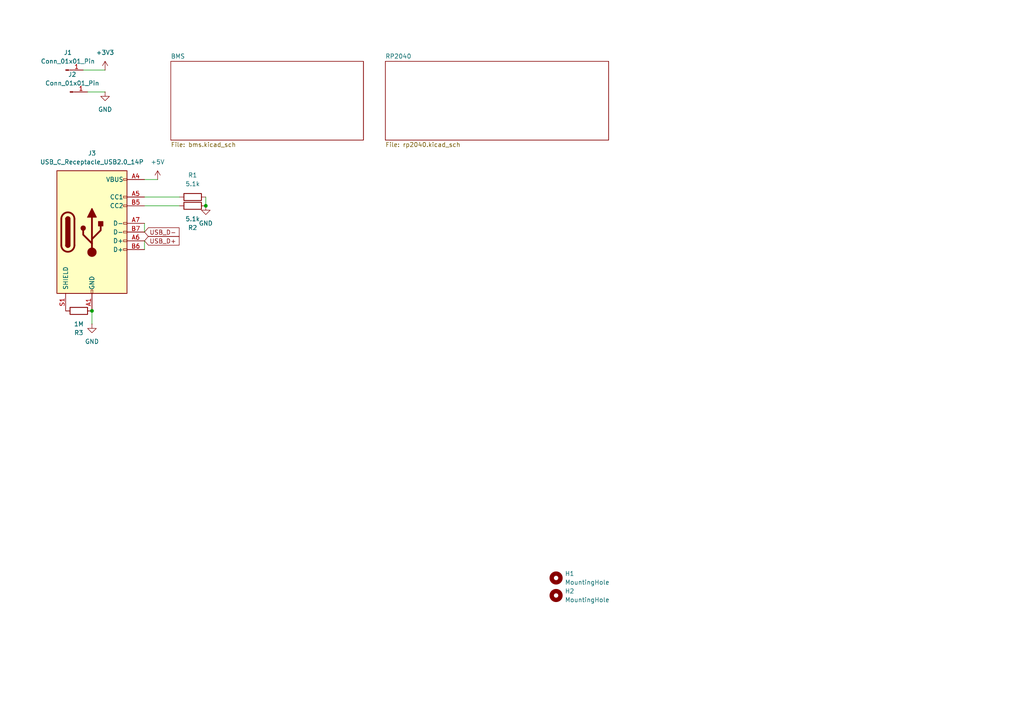
<source format=kicad_sch>
(kicad_sch (version 20250114) (generator "eeschema") (generator_version "9.0")
  (paper "A4")
  (lib_symbols
    (symbol "Connector:Conn_01x01_Pin" (pin_names (offset 1.016) (hide yes))
      (property "Reference" "J" (at 0 2.54 0))
      (property "Value" "Conn_01x01_Pin" (at 0 -2.54 0))
      (symbol "Conn_01x01_Pin_1_1"
        (rectangle (start 0.8636 0.127) (end 0 -0.127) (stroke (width 0.1524)) (fill (type outline)))
        (polyline (pts (xy 1.27 0) (xy 0.8636 0)) (stroke (width 0.1524)))
        (pin passive line (at 5.08 0 180) (length 3.81) (name "Pin_1") (number "1"))
      )
    )
    (symbol "Connector:USB_C_Receptacle_USB2.0_14P" (pin_names (offset 1.016))
      (property "Reference" "J" (at 0 22.225 0))
      (property "Value" "USB_C_Receptacle_USB2.0_14P" (at 0 19.685 0))
      (symbol "USB_C_Receptacle_USB2.0_14P_0_0"
        (rectangle (start -0.254 -17.78) (end 0.254 -16.764))
        (rectangle (start 10.16 15.494) (end 9.144 14.986))
        (rectangle (start 10.16 10.414) (end 9.144 9.906))
        (rectangle (start 10.16 7.874) (end 9.144 7.366))
        (rectangle (start 10.16 2.794) (end 9.144 2.286))
        (rectangle (start 10.16 0.254) (end 9.144 -0.254))
        (rectangle (start 10.16 -2.286) (end 9.144 -2.794))
        (rectangle (start 10.16 -4.826) (end 9.144 -5.334))
      )
      (symbol "USB_C_Receptacle_USB2.0_14P_0_1"
        (rectangle (start -10.16 17.78) (end 10.16 -17.78) (stroke (width 0.254)) (fill (type background)))
        (polyline (pts (xy -8.89 -3.81) (xy -8.89 3.81)) (stroke (width 0.508)))
        (rectangle (start -7.62 -3.81) (end -6.35 3.81) (stroke (width 0.254)) (fill (type outline)))
        (arc (start -7.62 3.81) (mid -6.985 4.4423) (end -6.35 3.81) (stroke (width 0.254)))
        (arc (start -7.62 3.81) (mid -6.985 4.4423) (end -6.35 3.81) (stroke (width 0.254)) (fill (type outline)))
        (arc (start -8.89 3.81) (mid -6.985 5.7067) (end -5.08 3.81) (stroke (width 0.508)))
        (arc (start -5.08 -3.81) (mid -6.985 -5.7067) (end -8.89 -3.81) (stroke (width 0.508)))
        (arc (start -6.35 -3.81) (mid -6.985 -4.4423) (end -7.62 -3.81) (stroke (width 0.254)))
        (arc (start -6.35 -3.81) (mid -6.985 -4.4423) (end -7.62 -3.81) (stroke (width 0.254)) (fill (type outline)))
        (polyline (pts (xy -5.08 3.81) (xy -5.08 -3.81)) (stroke (width 0.508)))
        (circle (center -2.54 1.143) (radius 0.635) (stroke (width 0.254)) (fill (type outline)))
        (polyline (pts (xy -1.27 4.318) (xy 0 6.858) (xy 1.27 4.318) (xy -1.27 4.318)) (stroke (width 0.254)) (fill (type outline)))
        (polyline (pts (xy 0 -2.032) (xy 2.54 0.508) (xy 2.54 1.778)) (stroke (width 0.508)))
        (polyline (pts (xy 0 -3.302) (xy -2.54 -0.762) (xy -2.54 0.508)) (stroke (width 0.508)))
        (polyline (pts (xy 0 -5.842) (xy 0 4.318)) (stroke (width 0.508)))
        (circle (center 0 -5.842) (radius 1.27) (fill (type outline)))
        (rectangle (start 1.905 1.778) (end 3.175 3.048) (stroke (width 0.254)) (fill (type outline)))
      )
      (symbol "USB_C_Receptacle_USB2.0_14P_1_1"
        (pin passive line (at -7.62 -22.86 90) (length 5.08) (name "SHIELD") (number "S1"))
        (pin passive line (at 0 -22.86 90) (length 5.08) (name "GND") (number "A1"))
        (pin passive line (at 0 -22.86 90) (length 5.08) (hide yes) (name "GND") (number "A12"))
        (pin passive line (at 0 -22.86 90) (length 5.08) (hide yes) (name "GND") (number "B1"))
        (pin passive line (at 0 -22.86 90) (length 5.08) (hide yes) (name "GND") (number "B12"))
        (pin passive line (at 15.24 15.24 180) (length 5.08) (name "VBUS") (number "A4"))
        (pin passive line (at 15.24 15.24 180) (length 5.08) (hide yes) (name "VBUS") (number "A9"))
        (pin passive line (at 15.24 15.24 180) (length 5.08) (hide yes) (name "VBUS") (number "B4"))
        (pin passive line (at 15.24 15.24 180) (length 5.08) (hide yes) (name "VBUS") (number "B9"))
        (pin bidirectional line (at 15.24 10.16 180) (length 5.08) (name "CC1") (number "A5"))
        (pin bidirectional line (at 15.24 7.62 180) (length 5.08) (name "CC2") (number "B5"))
        (pin bidirectional line (at 15.24 2.54 180) (length 5.08) (name "D-") (number "A7"))
        (pin bidirectional line (at 15.24 0 180) (length 5.08) (name "D-") (number "B7"))
        (pin bidirectional line (at 15.24 -2.54 180) (length 5.08) (name "D+") (number "A6"))
        (pin bidirectional line (at 15.24 -5.08 180) (length 5.08) (name "D+") (number "B6"))
      )
    )
    (symbol "Device:R" (pin_numbers (hide yes)) (pin_names (offset 0))
      (property "Reference" "R" (at 2.032 0 90))
      (property "Value" "R" (at 0 0 90))
      (symbol "R_0_1"
        (rectangle (start -1.016 -2.54) (end 1.016 2.54) (stroke (width 0.254)))
      )
      (symbol "R_1_1"
        (pin passive line (at 0 3.81 270) (length 1.27) (name "~") (number "1"))
        (pin passive line (at 0 -3.81 90) (length 1.27) (name "~") (number "2"))
      )
    )
    (symbol "Mechanical:MountingHole" (pin_names (offset 1.016)) (in_bom no)
      (property "Reference" "H" (at 0 5.08 0))
      (property "Value" "MountingHole" (at 0 3.175 0))
      (symbol "MountingHole_0_1"
        (circle (center 0 0) (radius 1.27) (stroke (width 1.27)))
      )
    )
    (symbol "power:+3V3" (power) (pin_numbers (hide yes)) (pin_names (offset 0) (hide yes))
      (property "Value" "+3V3" (at 0 3.556 0))
      (symbol "+3V3_0_1"
        (polyline (pts (xy -0.762 1.27) (xy 0 2.54)))
        (polyline (pts (xy 0 2.54) (xy 0.762 1.27)))
        (polyline (pts (xy 0 0) (xy 0 2.54)))
      )
      (symbol "+3V3_1_1"
        (pin power_in line (at 0 0 90) (length 0) (name "~") (number "1"))
      )
    )
    (symbol "power:+5V" (power) (pin_numbers (hide yes)) (pin_names (offset 0) (hide yes))
      (property "Value" "+5V" (at 0 3.556 0))
      (symbol "+5V_0_1"
        (polyline (pts (xy -0.762 1.27) (xy 0 2.54)))
        (polyline (pts (xy 0 2.54) (xy 0.762 1.27)))
        (polyline (pts (xy 0 0) (xy 0 2.54)))
      )
      (symbol "+5V_1_1"
        (pin power_in line (at 0 0 90) (length 0) (name "~") (number "1"))
      )
    )
    (symbol "power:GND" (power) (pin_numbers (hide yes)) (pin_names (offset 0) (hide yes))
      (property "Value" "GND" (at 0 -3.81 0))
      (symbol "GND_0_1"
        (polyline (pts (xy 0 0) (xy 0 -1.27) (xy 1.27 -1.27) (xy 0 -2.54) (xy -1.27 -1.27) (xy 0 -1.27)))
      )
      (symbol "GND_1_1"
        (pin power_in line (at 0 0 270) (length 0) (name "~") (number "1"))
      )
    )
  )
  (junction (at 26.67 90.17))
  (junction (at 59.69 59.69))
  (wire (pts (xy 41.91 57.15) (xy 52.07 57.15)))
  (wire (pts (xy 41.91 64.77) (xy 41.91 67.31)))
  (wire (pts (xy 25.4 26.67) (xy 30.48 26.67)))
  (wire (pts (xy 59.69 57.15) (xy 59.69 59.69)))
  (wire (pts (xy 26.67 93.98) (xy 26.67 90.17)))
  (wire (pts (xy 30.48 20.32) (xy 24.13 20.32)))
  (wire (pts (xy 45.72 52.07) (xy 41.91 52.07)))
  (wire (pts (xy 41.91 69.85) (xy 41.91 72.39)))
  (wire (pts (xy 41.91 59.69) (xy 52.07 59.69)))
  (global_label "USB_D-" (shape input) (at 41.91 67.31 0) (property "Intersheetrefs" "${INTERSHEET_REFS}" (effects (hide yes))))
  (global_label "USB_D+" (shape input) (at 41.91 69.85 0) (property "Intersheetrefs" "${INTERSHEET_REFS}" (effects (hide yes))))
  (symbol (lib_id "Mechanical:MountingHole") (at 161.29 167.64 0) (unit 1) (in_bom no)
    (property "Reference" "H1" (at 163.83 166.3699 0) (effects (justify left)))
    (property "Value" "MountingHole" (at 163.83 168.9099 0) (effects (justify left)))
    (property "Footprint" "MountingHole:MountingHole_2.2mm_M2" (effects (hide yes)))
    (property "Description" "Mounting Hole without connection" (effects (hide yes)))
  )
  (symbol (lib_id "Device:R") (at 22.86 90.17 270) (mirror x) (unit 1)
    (property "Reference" "R3" (at 22.86 96.52 90))
    (property "Value" "1M" (at 22.86 93.98 90))
    (property "Footprint" "Resistor_SMD:R_0402_1005Metric" (effects (hide yes)))
    (property "Description" "Resistor" (effects (hide yes)))
  )
  (symbol (lib_id "Connector:USB_C_Receptacle_USB2.0_14P") (at 26.67 67.31 0) (unit 1)
    (property "Reference" "J3" (at 26.67 44.45 0))
    (property "Value" "USB_C_Receptacle_USB2.0_14P" (at 26.67 46.99 0))
    (property "Datasheet" "https://www.usb.org/sites/default/files/documents/usb_type-c.zip" (effects (hide yes)))
    (property "Description" "USB 2.0-only 14P Type-C Receptacle connector" (effects (hide yes)))
  )
  (symbol (lib_id "power:+3V3") (at 30.48 20.32 0) (unit 1)
    (property "Reference" "#PWR01" (effects (hide yes)))
    (property "Value" "+3V3" (at 30.48 15.24 0))
    (property "Description" "Power symbol creates a global label with name \"+3V3\"" (effects (hide yes)))
  )
  (symbol (lib_id "Mechanical:MountingHole") (at 161.29 172.72 0) (unit 1) (in_bom no)
    (property "Reference" "H2" (at 163.83 171.4499 0) (effects (justify left)))
    (property "Value" "MountingHole" (at 163.83 173.9899 0) (effects (justify left)))
    (property "Footprint" "MountingHole:MountingHole_2.2mm_M2" (effects (hide yes)))
    (property "Description" "Mounting Hole without connection" (effects (hide yes)))
  )
  (symbol (lib_id "Connector:Conn_01x01_Pin") (at 20.32 26.67 0) (unit 1)
    (property "Reference" "J2" (at 20.955 21.59 0))
    (property "Value" "Conn_01x01_Pin" (at 20.955 24.13 0))
    (property "Footprint" "Connector_PinSocket_2.54mm:PinSocket_1x01_P2.54mm_Vertical" (effects (hide yes)))
    (property "Description" "Generic connector, single row, 01x01, script generated" (effects (hide yes)))
  )
  (symbol (lib_id "Device:R") (at 55.88 59.69 90) (mirror x) (unit 1)
    (property "Reference" "R2" (at 55.88 66.04 90))
    (property "Value" "5.1k" (at 55.88 63.5 90))
    (property "Footprint" "Resistor_SMD:R_0402_1005Metric" (effects (hide yes)))
    (property "Description" "Resistor" (effects (hide yes)))
  )
  (symbol (lib_id "power:GND") (at 26.67 93.98 0) (unit 1)
    (property "Reference" "#PWR05" (effects (hide yes)))
    (property "Value" "GND" (at 26.67 99.06 0))
    (property "Description" "Power symbol creates a global label with name \"GND\" , ground" (effects (hide yes)))
  )
  (symbol (lib_id "power:GND") (at 59.69 59.69 0) (unit 1)
    (property "Reference" "#PWR04" (effects (hide yes)))
    (property "Value" "GND" (at 59.69 64.77 0))
    (property "Description" "Power symbol creates a global label with name \"GND\" , ground" (effects (hide yes)))
  )
  (symbol (lib_id "Device:R") (at 55.88 57.15 90) (unit 1)
    (property "Reference" "R1" (at 55.88 50.8 90))
    (property "Value" "5.1k" (at 55.88 53.34 90))
    (property "Footprint" "Resistor_SMD:R_0402_1005Metric" (effects (hide yes)))
    (property "Description" "Resistor" (effects (hide yes)))
  )
  (symbol (lib_id "Connector:Conn_01x01_Pin") (at 19.05 20.32 0) (unit 1)
    (property "Reference" "J1" (at 19.685 15.24 0))
    (property "Value" "Conn_01x01_Pin" (at 19.685 17.78 0))
    (property "Footprint" "Connector_PinSocket_2.54mm:PinSocket_1x01_P2.54mm_Vertical" (effects (hide yes)))
    (property "Description" "Generic connector, single row, 01x01, script generated" (effects (hide yes)))
  )
  (symbol (lib_id "power:GND") (at 30.48 26.67 0) (unit 1)
    (property "Reference" "#PWR02" (effects (hide yes)))
    (property "Value" "GND" (at 30.48 31.75 0))
    (property "Description" "Power symbol creates a global label with name \"GND\" , ground" (effects (hide yes)))
  )
  (symbol (lib_id "power:+5V") (at 45.72 52.07 0) (unit 1)
    (property "Reference" "#PWR03" (effects (hide yes)))
    (property "Value" "+5V" (at 45.72 46.99 0))
    (property "Description" "Power symbol creates a global label with name \"+5V\"" (effects (hide yes)))
  )
  (sheet (at 111.76 17.78) (size 64.77 22.86) (stroke (width 0.1524))
    (property "Sheetname" "RP2040" (at 111.76 17.0684 0) (effects (justify left bottom)))
    (property "Sheetfile" "rp2040.kicad_sch" (at 111.76 41.2246 0) (effects (justify left top)))
  )
  (sheet (at 49.53 17.78) (size 55.88 22.86) (stroke (width 0.1524))
    (property "Sheetname" "BMS" (at 49.53 17.0684 0) (effects (justify left bottom)))
    (property "Sheetfile" "bms.kicad_sch" (at 49.53 41.2246 0) (effects (justify left top)))
  )
)
</source>
